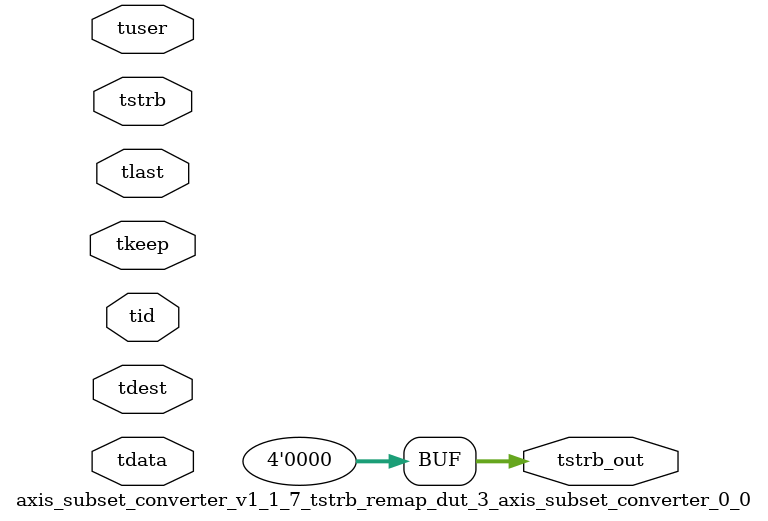
<source format=v>


`timescale 1ps/1ps

module axis_subset_converter_v1_1_7_tstrb_remap_dut_3_axis_subset_converter_0_0 #
(
parameter C_S_AXIS_TDATA_WIDTH = 32,
parameter C_S_AXIS_TUSER_WIDTH = 0,
parameter C_S_AXIS_TID_WIDTH   = 0,
parameter C_S_AXIS_TDEST_WIDTH = 0,
parameter C_M_AXIS_TDATA_WIDTH = 32
)
(
input  [(C_S_AXIS_TDATA_WIDTH == 0 ? 1 : C_S_AXIS_TDATA_WIDTH)-1:0     ] tdata,
input  [(C_S_AXIS_TUSER_WIDTH == 0 ? 1 : C_S_AXIS_TUSER_WIDTH)-1:0     ] tuser,
input  [(C_S_AXIS_TID_WIDTH   == 0 ? 1 : C_S_AXIS_TID_WIDTH)-1:0       ] tid,
input  [(C_S_AXIS_TDEST_WIDTH == 0 ? 1 : C_S_AXIS_TDEST_WIDTH)-1:0     ] tdest,
input  [(C_S_AXIS_TDATA_WIDTH/8)-1:0 ] tkeep,
input  [(C_S_AXIS_TDATA_WIDTH/8)-1:0 ] tstrb,
input                                                                    tlast,
output [(C_M_AXIS_TDATA_WIDTH/8)-1:0 ] tstrb_out
);

assign tstrb_out = {1'b0};

endmodule


</source>
